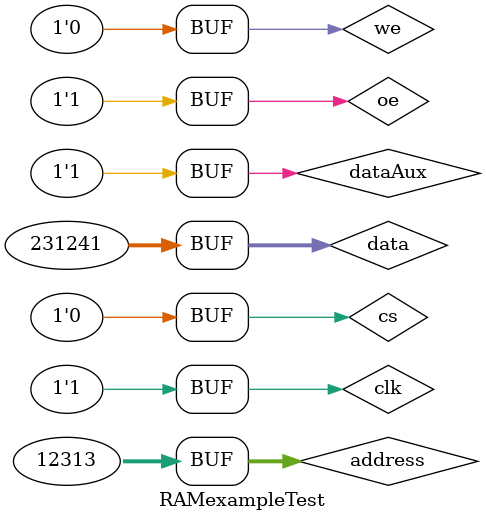
<source format=v>
`timescale 1ns / 1ps


module RAMexampleTest;

	// Inputs
	reg clk;
	reg [31:0] address;
	reg cs;
	reg we;
	reg oe;
	reg dataAux = 231241;

	// Bidirs
	wire [31:0] data = 231241;

	// Instantiate the Unit Under Test (UUT)
	ram_sp_sr_sw uut (
		.clk(clk), 
		.address(address), 
		.data(data), 
		.cs(cs), 
		.we(we), 
		.oe(oe)
	);

	initial begin
		// Initialize Inputs
		clk = 0;
		address = 0;
		cs = 0;
		we = 0;
		oe = 0;

		// Wait 100 ns for global reset to finish
		#100;
		
		clk = 1;
		address = 12313;
		cs = 1;
		we = 1;
		oe = 0;		
		
		#100;
		
		clk = 0;
		address = 12313;
		cs = 1;
		we = 0;
		oe = 0;		
		
		#100;
		clk = 1;
		address = 12313;
		cs = 0;
		we = 0;
		oe = 1;		
        
		// Add stimulus here

	end
      
endmodule


</source>
